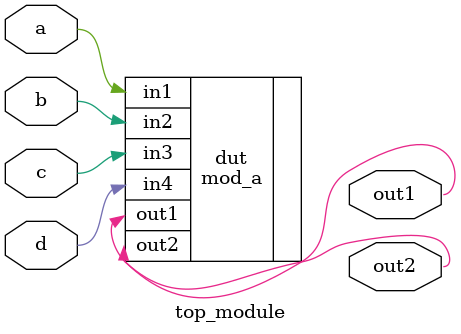
<source format=v>
module top_module ( 
    input a, 
    input b, 
    input c,
    input d,
    output out1,
    output out2
);
    mod_a dut(.out1(out1) , .out2(out2) , .in1(a) , .in2(b) ,.in3(c) , .in4(d) );
endmodule

</source>
